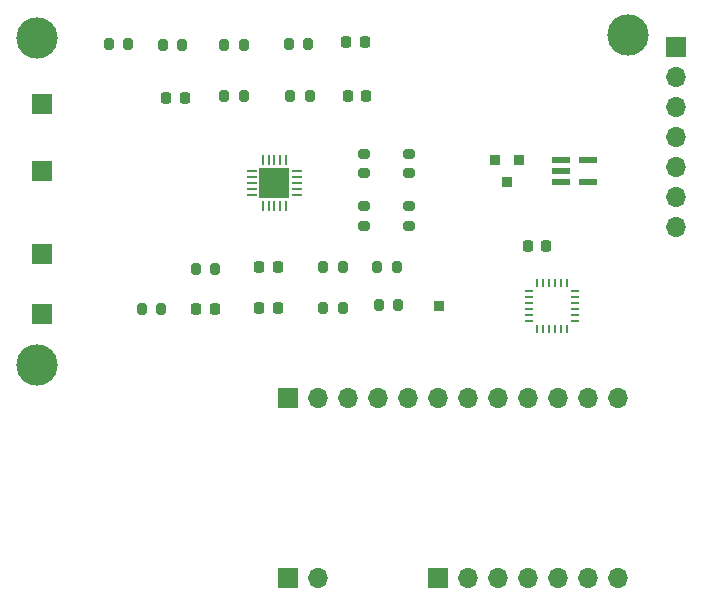
<source format=gts>
%TF.GenerationSoftware,KiCad,Pcbnew,(6.0.9)*%
%TF.CreationDate,2024-01-25T22:47:47-06:00*%
%TF.ProjectId,AD8232_Heart_Rate_Monitor_v4.0,41443832-3332-45f4-9865-6172745f5261,rev?*%
%TF.SameCoordinates,Original*%
%TF.FileFunction,Soldermask,Top*%
%TF.FilePolarity,Negative*%
%FSLAX46Y46*%
G04 Gerber Fmt 4.6, Leading zero omitted, Abs format (unit mm)*
G04 Created by KiCad (PCBNEW (6.0.9)) date 2024-01-25 22:47:47*
%MOMM*%
%LPD*%
G01*
G04 APERTURE LIST*
G04 Aperture macros list*
%AMRoundRect*
0 Rectangle with rounded corners*
0 $1 Rounding radius*
0 $2 $3 $4 $5 $6 $7 $8 $9 X,Y pos of 4 corners*
0 Add a 4 corners polygon primitive as box body*
4,1,4,$2,$3,$4,$5,$6,$7,$8,$9,$2,$3,0*
0 Add four circle primitives for the rounded corners*
1,1,$1+$1,$2,$3*
1,1,$1+$1,$4,$5*
1,1,$1+$1,$6,$7*
1,1,$1+$1,$8,$9*
0 Add four rect primitives between the rounded corners*
20,1,$1+$1,$2,$3,$4,$5,0*
20,1,$1+$1,$4,$5,$6,$7,0*
20,1,$1+$1,$6,$7,$8,$9,0*
20,1,$1+$1,$8,$9,$2,$3,0*%
G04 Aperture macros list end*
%ADD10R,1.700000X1.700000*%
%ADD11O,1.700000X1.700000*%
%ADD12RoundRect,0.225000X-0.225000X-0.250000X0.225000X-0.250000X0.225000X0.250000X-0.225000X0.250000X0*%
%ADD13RoundRect,0.200000X0.275000X-0.200000X0.275000X0.200000X-0.275000X0.200000X-0.275000X-0.200000X0*%
%ADD14RoundRect,0.200000X-0.200000X-0.275000X0.200000X-0.275000X0.200000X0.275000X-0.200000X0.275000X0*%
%ADD15RoundRect,0.200000X0.200000X0.275000X-0.200000X0.275000X-0.200000X-0.275000X0.200000X-0.275000X0*%
%ADD16RoundRect,0.200000X-0.275000X0.200000X-0.275000X-0.200000X0.275000X-0.200000X0.275000X0.200000X0*%
%ADD17RoundRect,0.225000X0.225000X0.250000X-0.225000X0.250000X-0.225000X-0.250000X0.225000X-0.250000X0*%
%ADD18R,0.850000X0.850000*%
%ADD19RoundRect,0.062500X-0.350000X-0.062500X0.350000X-0.062500X0.350000X0.062500X-0.350000X0.062500X0*%
%ADD20RoundRect,0.062500X-0.062500X-0.350000X0.062500X-0.350000X0.062500X0.350000X-0.062500X0.350000X0*%
%ADD21R,2.500000X2.500000*%
%ADD22R,0.790000X0.260000*%
%ADD23R,0.260000X0.790000*%
%ADD24C,3.500000*%
%ADD25C,2.600000*%
%ADD26R,0.812800X0.889000*%
%ADD27RoundRect,0.041300X-0.683700X-0.253700X0.683700X-0.253700X0.683700X0.253700X-0.683700X0.253700X0*%
G04 APERTURE END LIST*
D10*
X117983000Y-96012000D03*
D11*
X120523000Y-96012000D03*
X123063000Y-96012000D03*
X125603000Y-96012000D03*
X128143000Y-96012000D03*
X130683000Y-96012000D03*
X133223000Y-96012000D03*
X135763000Y-96012000D03*
X138303000Y-96012000D03*
X140843000Y-96012000D03*
X143383000Y-96012000D03*
X145923000Y-96012000D03*
D10*
X117983000Y-111252000D03*
D11*
X120523000Y-111252000D03*
D10*
X130683000Y-111252000D03*
D11*
X133223000Y-111252000D03*
X135763000Y-111252000D03*
X138303000Y-111252000D03*
X140843000Y-111252000D03*
X143383000Y-111252000D03*
X145923000Y-111252000D03*
D12*
X123050000Y-70485000D03*
X124600000Y-70485000D03*
X122923000Y-65913000D03*
X124473000Y-65913000D03*
X107683000Y-70612000D03*
X109233000Y-70612000D03*
X115557000Y-88392000D03*
X117107000Y-88392000D03*
D13*
X124460000Y-77025000D03*
X124460000Y-75375000D03*
D14*
X120968000Y-84963000D03*
X122618000Y-84963000D03*
D15*
X114236000Y-66167000D03*
X112586000Y-66167000D03*
D13*
X124460000Y-81470000D03*
X124460000Y-79820000D03*
D16*
X128270000Y-79820000D03*
X128270000Y-81470000D03*
D14*
X120968000Y-88392000D03*
X122618000Y-88392000D03*
D17*
X111773000Y-88519000D03*
X110223000Y-88519000D03*
D14*
X125540000Y-84963000D03*
X127190000Y-84963000D03*
D15*
X114236000Y-70485000D03*
X112586000Y-70485000D03*
X109029000Y-66167000D03*
X107379000Y-66167000D03*
D14*
X118047000Y-66040000D03*
X119697000Y-66040000D03*
D15*
X119824000Y-70485000D03*
X118174000Y-70485000D03*
D17*
X117107000Y-84963000D03*
X115557000Y-84963000D03*
D14*
X102807000Y-66040000D03*
X104457000Y-66040000D03*
X110173000Y-85090000D03*
X111823000Y-85090000D03*
D15*
X107251000Y-88519000D03*
X105601000Y-88519000D03*
D14*
X125667000Y-88138000D03*
X127317000Y-88138000D03*
D10*
X97155000Y-71120000D03*
X97155000Y-76835000D03*
X97155000Y-83820000D03*
D13*
X128270000Y-77025000D03*
X128270000Y-75375000D03*
D18*
X130810000Y-88265000D03*
D19*
X114902500Y-76851000D03*
X114902500Y-77351000D03*
X114902500Y-77851000D03*
X114902500Y-78351000D03*
X114902500Y-78851000D03*
D20*
X115840000Y-79788500D03*
X116340000Y-79788500D03*
X116840000Y-79788500D03*
X117340000Y-79788500D03*
X117840000Y-79788500D03*
D19*
X118777500Y-78851000D03*
X118777500Y-78351000D03*
X118777500Y-77851000D03*
X118777500Y-77351000D03*
X118777500Y-76851000D03*
D20*
X117840000Y-75913500D03*
X117340000Y-75913500D03*
X116840000Y-75913500D03*
X116340000Y-75913500D03*
X115840000Y-75913500D03*
D21*
X116840000Y-77851000D03*
D22*
X142305000Y-89515000D03*
X142305000Y-89015000D03*
X142305000Y-88515000D03*
X142305000Y-88015000D03*
X142305000Y-87515000D03*
X142305000Y-87015000D03*
D23*
X141585000Y-86295000D03*
X141085000Y-86295000D03*
X140585000Y-86295000D03*
X140085000Y-86295000D03*
X139585000Y-86295000D03*
X139085000Y-86295000D03*
D22*
X138365000Y-87015000D03*
X138365000Y-87515000D03*
X138365000Y-88015000D03*
X138365000Y-88515000D03*
X138365000Y-89015000D03*
X138365000Y-89515000D03*
D23*
X139085000Y-90235000D03*
X139585000Y-90235000D03*
X140085000Y-90235000D03*
X140585000Y-90235000D03*
X141085000Y-90235000D03*
X141585000Y-90235000D03*
D10*
X150876000Y-66294000D03*
D11*
X150876000Y-68834000D03*
X150876000Y-71374000D03*
X150876000Y-73914000D03*
X150876000Y-76454000D03*
X150876000Y-78994000D03*
X150876000Y-81534000D03*
D24*
X96774000Y-65532000D03*
D25*
X96774000Y-65532000D03*
D26*
X137549999Y-75890001D03*
X135500001Y-75890001D03*
X136525000Y-77780000D03*
D27*
X141085000Y-75885000D03*
X141085000Y-76835000D03*
X141085000Y-77785000D03*
X143395000Y-77785000D03*
X143395000Y-75885000D03*
D25*
X96774000Y-93218000D03*
D24*
X96774000Y-93218000D03*
D17*
X139840000Y-83185000D03*
X138290000Y-83185000D03*
D25*
X146812000Y-65278000D03*
D24*
X146812000Y-65278000D03*
D10*
X97155000Y-88900000D03*
M02*

</source>
